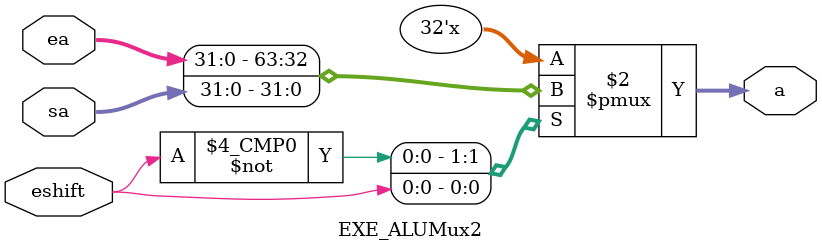
<source format=v>
`timescale 1ns / 1ps


module EXE_ALUMux2(
    input [31:0] sa,
    input [31:0] ea,
    input eshift,
    output reg [31:0] a
    );
    
    always @ (*)
        begin
            case(eshift)
               2'b0: a = ea;
               2'b1: a = sa;
            endcase
        end
endmodule

</source>
